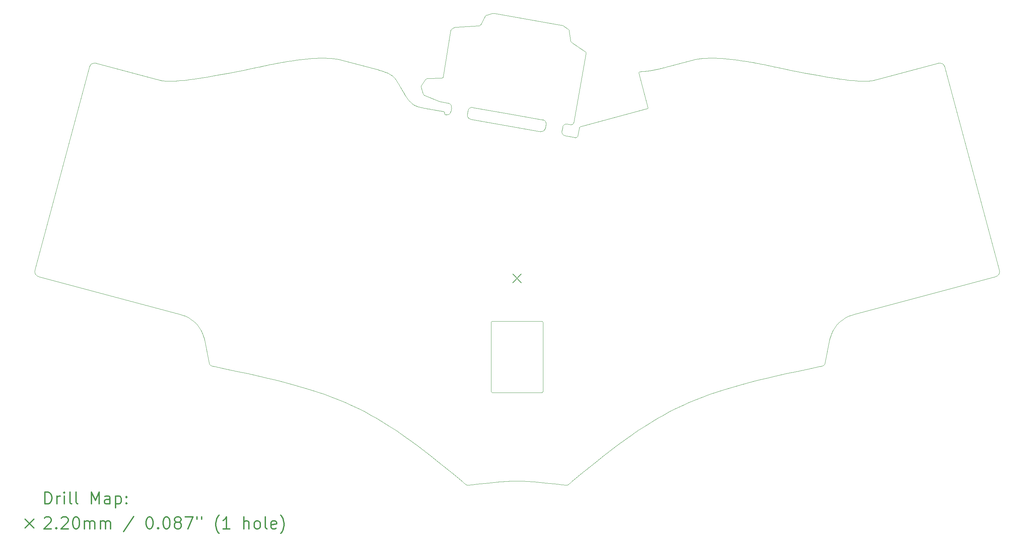
<source format=gbr>
%FSLAX45Y45*%
G04 Gerber Fmt 4.5, Leading zero omitted, Abs format (unit mm)*
G04 Created by KiCad (PCBNEW (5.1.9)-1) date 2021-07-06 13:23:29*
%MOMM*%
%LPD*%
G01*
G04 APERTURE LIST*
%TA.AperFunction,Profile*%
%ADD10C,0.100000*%
%TD*%
%ADD11C,0.200000*%
%ADD12C,0.300000*%
G04 APERTURE END LIST*
D10*
X15919000Y-7403000D02*
X15680500Y-7360500D01*
X12555248Y-6505230D02*
X12730000Y-6536450D01*
X12730000Y-6536450D02*
G75*
G02*
X12810550Y-6653000I-18000J-98550D01*
G01*
X12810550Y-6653000D02*
X12792550Y-6752000D01*
X13229000Y-6725000D02*
X13211000Y-6824000D01*
X13229000Y-6725000D02*
G75*
G02*
X13345550Y-6644450I98550J-18000D01*
G01*
X13291500Y-6940500D02*
G75*
G02*
X13211000Y-6824000I18000J98500D01*
G01*
X12792550Y-6752000D02*
G75*
G02*
X12676000Y-6832550I-98550J18000D01*
G01*
X15199550Y-7073000D02*
X15181550Y-7172000D01*
X15618000Y-7145000D02*
X15600000Y-7244000D01*
X15618000Y-7145000D02*
G75*
G02*
X15734550Y-7064450I98550J-18000D01*
G01*
X15119000Y-6956450D02*
G75*
G02*
X15199550Y-7073000I-18000J-98550D01*
G01*
X14222984Y-6799278D02*
X15119000Y-6956450D01*
X13831000Y-13850000D02*
G75*
G02*
X13811000Y-13830000I0J20000D01*
G01*
X13811000Y-12070000D02*
G75*
G02*
X13831000Y-12050000I20000J0D01*
G01*
X15101000Y-12050000D02*
G75*
G02*
X15121000Y-12070000I0J-20000D01*
G01*
X15121000Y-13830000D02*
G75*
G02*
X15101000Y-13850000I-20000J0D01*
G01*
X13811000Y-13830000D02*
X13811000Y-12070000D01*
X15101000Y-13850000D02*
X13831000Y-13850000D01*
X15121000Y-12070000D02*
X15121000Y-13830000D01*
X13831000Y-12050000D02*
X15101000Y-12050000D01*
X17578000Y-5738500D02*
X17595435Y-5737713D01*
X17595435Y-5737713D02*
X17613053Y-5736758D01*
X17613053Y-5736758D02*
X17630857Y-5735634D01*
X17630857Y-5735634D02*
X17648848Y-5734339D01*
X17648848Y-5734339D02*
X17667027Y-5732872D01*
X17667027Y-5732872D02*
X17685398Y-5731232D01*
X17685398Y-5731232D02*
X17703961Y-5729419D01*
X17703961Y-5729419D02*
X17722719Y-5727430D01*
X17722719Y-5727430D02*
X17741673Y-5725264D01*
X17741673Y-5725264D02*
X17760825Y-5722921D01*
X17760825Y-5722921D02*
X17780177Y-5720398D01*
X17780177Y-5720398D02*
X17799730Y-5717696D01*
X17799730Y-5717696D02*
X17819488Y-5714813D01*
X17819488Y-5714813D02*
X17839451Y-5711747D01*
X17839451Y-5711747D02*
X17859621Y-5708497D01*
X17859621Y-5708497D02*
X17880000Y-5705062D01*
X17880000Y-5705062D02*
X17900590Y-5701442D01*
X17900590Y-5701442D02*
X17921393Y-5697634D01*
X17921393Y-5697634D02*
X17942411Y-5693638D01*
X17942411Y-5693638D02*
X17963645Y-5689452D01*
X17963645Y-5689452D02*
X17985097Y-5685075D01*
X17985097Y-5685075D02*
X18006769Y-5680507D01*
X18006769Y-5680507D02*
X18028663Y-5675745D01*
X18028663Y-5675745D02*
X18050781Y-5670789D01*
X18050781Y-5670789D02*
X18073125Y-5665637D01*
X18073125Y-5665637D02*
X18095696Y-5660289D01*
X18095696Y-5660289D02*
X18118496Y-5654742D01*
X18118496Y-5654742D02*
X18141527Y-5648997D01*
X18141527Y-5648997D02*
X18164792Y-5643051D01*
X18164792Y-5643051D02*
X18188291Y-5636904D01*
X18188291Y-5636904D02*
X18212026Y-5630554D01*
X18212026Y-5630554D02*
X18236000Y-5624000D01*
X16095000Y-7121000D02*
X16082906Y-7124514D01*
X16082906Y-7124514D02*
X16072125Y-7128484D01*
X16072125Y-7128484D02*
X16062656Y-7133182D01*
X16062656Y-7133182D02*
X16052666Y-7140485D01*
X16052666Y-7140485D02*
X16044726Y-7149872D01*
X16044726Y-7149872D02*
X16039851Y-7159235D01*
X16039851Y-7159235D02*
X16036289Y-7170537D01*
X16036289Y-7170537D02*
X16035000Y-7177000D01*
X17757000Y-6676000D02*
X17767143Y-6672123D01*
X17767143Y-6672123D02*
X17774537Y-6664345D01*
X17774537Y-6664345D02*
X17775394Y-6653599D01*
X17775394Y-6653599D02*
X17774000Y-6647000D01*
X17578000Y-5738500D02*
X17567770Y-5739753D01*
X17567770Y-5739753D02*
X17558172Y-5743255D01*
X17558172Y-5743255D02*
X17549463Y-5750787D01*
X17549463Y-5750787D02*
X17545578Y-5760719D01*
X17545578Y-5760719D02*
X17545832Y-5771794D01*
X17545832Y-5771794D02*
X17547000Y-5777000D01*
X17774000Y-6647000D02*
X17547000Y-5777000D01*
X16095000Y-7121000D02*
X17757000Y-6676000D01*
X15734550Y-7064450D02*
X15813255Y-7079545D01*
X15680500Y-7360500D02*
G75*
G02*
X15600000Y-7244000I18000J98500D01*
G01*
X15181550Y-7172000D02*
G75*
G02*
X15065000Y-7252550I-98550J18000D01*
G01*
X12676000Y-6832550D02*
X12660000Y-6829000D01*
X13899561Y-4265389D02*
X13889511Y-4264260D01*
X13889511Y-4264260D02*
X13879184Y-4263666D01*
X13879184Y-4263666D02*
X13868773Y-4263630D01*
X13868773Y-4263630D02*
X13858470Y-4264176D01*
X13858470Y-4264176D02*
X13848470Y-4265325D01*
X13848470Y-4265325D02*
X13837140Y-4267534D01*
X13837140Y-4267534D02*
X13835345Y-4267992D01*
X12930950Y-4615571D02*
X12920924Y-4616158D01*
X12920924Y-4616158D02*
X12909433Y-4617005D01*
X12909433Y-4617005D02*
X12897591Y-4618302D01*
X12897591Y-4618302D02*
X12886174Y-4620448D01*
X12886174Y-4620448D02*
X12875205Y-4624171D01*
X12875205Y-4624171D02*
X12864975Y-4629687D01*
X12557191Y-5900226D02*
X12567686Y-5899317D01*
X12567686Y-5899317D02*
X12577452Y-5896446D01*
X12577452Y-5896446D02*
X12587239Y-5890247D01*
X12587239Y-5890247D02*
X12593661Y-5882176D01*
X12593661Y-5882176D02*
X12597725Y-5871267D01*
X12597725Y-5871267D02*
X12598137Y-5869154D01*
X12809039Y-4666784D02*
X12800940Y-4673589D01*
X12800940Y-4673589D02*
X12794576Y-4682749D01*
X12794576Y-4682749D02*
X12789961Y-4693396D01*
X12789961Y-4693396D02*
X12786913Y-4704627D01*
X12786913Y-4704627D02*
X12786113Y-4708824D01*
X12205206Y-5908840D02*
X12195093Y-5910027D01*
X12195093Y-5910027D02*
X12185042Y-5912742D01*
X12185042Y-5912742D02*
X12175113Y-5917462D01*
X12175113Y-5917462D02*
X12165366Y-5924659D01*
X12165366Y-5924659D02*
X12157427Y-5932893D01*
X12157427Y-5932893D02*
X12152758Y-5938932D01*
X15786134Y-4718588D02*
X15784520Y-4708542D01*
X15784520Y-4708542D02*
X15782462Y-4697153D01*
X15782462Y-4697153D02*
X15778838Y-4687325D01*
X15778838Y-4687325D02*
X15771650Y-4678535D01*
X15771650Y-4678535D02*
X15763026Y-4671329D01*
X15763026Y-4671329D02*
X15756043Y-4666141D01*
X15816535Y-4948536D02*
X15818559Y-4959028D01*
X15818559Y-4959028D02*
X15821662Y-4969926D01*
X15821662Y-4969926D02*
X15826060Y-4979480D01*
X15826060Y-4979480D02*
X15832349Y-4988223D01*
X15832349Y-4988223D02*
X15839463Y-4995274D01*
X15839463Y-4995274D02*
X15846627Y-5000983D01*
X15813255Y-7079545D02*
X15823817Y-7080167D01*
X15823817Y-7080167D02*
X15834431Y-7079085D01*
X15834431Y-7079085D02*
X15844899Y-7076467D01*
X15844899Y-7076467D02*
X15855022Y-7072482D01*
X15855022Y-7072482D02*
X15864605Y-7067297D01*
X15864605Y-7067297D02*
X15873450Y-7061081D01*
X15873450Y-7061081D02*
X15881358Y-7054003D01*
X15881358Y-7054003D02*
X15888133Y-7046231D01*
X15888133Y-7046231D02*
X15895062Y-7035080D01*
X15895062Y-7035080D02*
X15899157Y-7023395D01*
X12487211Y-6484349D02*
X12496736Y-6488220D01*
X12496736Y-6488220D02*
X12507740Y-6492447D01*
X12507740Y-6492447D02*
X12519295Y-6496474D01*
X12519295Y-6496474D02*
X12529090Y-6499424D01*
X12529090Y-6499424D02*
X12539553Y-6502023D01*
X12539553Y-6502023D02*
X12549805Y-6504155D01*
X12549805Y-6504155D02*
X12555248Y-6505230D01*
X12049517Y-6087112D02*
X12044263Y-6096116D01*
X12044263Y-6096116D02*
X12040149Y-6106424D01*
X12040149Y-6106424D02*
X12038591Y-6117561D01*
X12038591Y-6117561D02*
X12039768Y-6128646D01*
X12039768Y-6128646D02*
X12040596Y-6132128D01*
X12093887Y-6299035D02*
X12097770Y-6309237D01*
X12097770Y-6309237D02*
X12102973Y-6319061D01*
X12102973Y-6319061D02*
X12110344Y-6327938D01*
X12110344Y-6327938D02*
X12119776Y-6334926D01*
X12119776Y-6334926D02*
X12130025Y-6340128D01*
X12130025Y-6340128D02*
X12131960Y-6340969D01*
X13491890Y-4580592D02*
X13504053Y-4579735D01*
X13504053Y-4579735D02*
X13515505Y-4578293D01*
X13515505Y-4578293D02*
X13525955Y-4574488D01*
X13525955Y-4574488D02*
X13533704Y-4568004D01*
X13533704Y-4568004D02*
X13540168Y-4559389D01*
X13540168Y-4559389D02*
X13544341Y-4552501D01*
X13704413Y-4307221D02*
X13693396Y-4310393D01*
X13693396Y-4310393D02*
X13682786Y-4314389D01*
X13682786Y-4314389D02*
X13672960Y-4320512D01*
X13672960Y-4320512D02*
X13665777Y-4328101D01*
X13665777Y-4328101D02*
X13660033Y-4336801D01*
X13660033Y-4336801D02*
X13656476Y-4343305D01*
X15622887Y-4576873D02*
X15612931Y-4571312D01*
X15612931Y-4571312D02*
X15603305Y-4567339D01*
X15603305Y-4567339D02*
X15592835Y-4564391D01*
X15592835Y-4564391D02*
X15582301Y-4562252D01*
X15582301Y-4562252D02*
X15571858Y-4560471D01*
X13656476Y-4343305D02*
X13544341Y-4552501D01*
X12864975Y-4629687D02*
X12809039Y-4666784D01*
X15756043Y-4666141D02*
X15622887Y-4576873D01*
X15571858Y-4560471D02*
X13899561Y-4265389D01*
X12131960Y-6340969D02*
X12487211Y-6484349D01*
X13835345Y-4267992D02*
X13704413Y-4307221D01*
X16172015Y-5222916D02*
X15846627Y-5000983D01*
X13491890Y-4580592D02*
X12930950Y-4615571D01*
X15899157Y-7023395D02*
X16207137Y-5292855D01*
X13345550Y-6644450D02*
X14222984Y-6799278D01*
X12786113Y-4708824D02*
X12598137Y-5869154D01*
X15816535Y-4948536D02*
X15786134Y-4718588D01*
X12093887Y-6299035D02*
X12040596Y-6132128D01*
X12557191Y-5900226D02*
X12205206Y-5908840D01*
X12152758Y-5938932D02*
X12049517Y-6087112D01*
X16207137Y-5292855D02*
X16208483Y-5280821D01*
X16208483Y-5280821D02*
X16208661Y-5270664D01*
X16208661Y-5270664D02*
X16206881Y-5259895D01*
X16206881Y-5259895D02*
X16202449Y-5250411D01*
X16202449Y-5250411D02*
X16194904Y-5241300D01*
X16194904Y-5241300D02*
X16186319Y-5233663D01*
X16186319Y-5233663D02*
X16178239Y-5227426D01*
X16178239Y-5227426D02*
X16172015Y-5222916D01*
X16035000Y-7177000D02*
X16005000Y-7350000D01*
X15065000Y-7252550D02*
X13291500Y-6940500D01*
X15919000Y-7403000D02*
X15933201Y-7404979D01*
X15933201Y-7404979D02*
X15946017Y-7405336D01*
X15946017Y-7405336D02*
X15957489Y-7404133D01*
X15957489Y-7404133D02*
X15967656Y-7401435D01*
X15967656Y-7401435D02*
X15979250Y-7395625D01*
X15979250Y-7395625D02*
X15988687Y-7387424D01*
X15988687Y-7387424D02*
X15996062Y-7376984D01*
X15996062Y-7376984D02*
X16000297Y-7367777D01*
X16000297Y-7367777D02*
X16003463Y-7357462D01*
X16003463Y-7357462D02*
X16005000Y-7350000D01*
X12660000Y-6829000D02*
X12648615Y-6823754D01*
X12648615Y-6823754D02*
X12641297Y-6814219D01*
X12641297Y-6814219D02*
X12636674Y-6801824D01*
X12636674Y-6801824D02*
X12634150Y-6791512D01*
X12634150Y-6791512D02*
X12631794Y-6780998D01*
X12631794Y-6780998D02*
X12629025Y-6770887D01*
X12629025Y-6770887D02*
X12623692Y-6759073D01*
X12623692Y-6759073D02*
X12615228Y-6750477D01*
X12615228Y-6750477D02*
X12606000Y-6747000D01*
X10020000Y-5442500D02*
X10957500Y-5694000D01*
X18912500Y-5442500D02*
X18236000Y-5624000D01*
X23537500Y-5945000D02*
X25099500Y-5527000D01*
X20999500Y-5624000D02*
X21199555Y-5666006D01*
X21199555Y-5666006D02*
X21388300Y-5704729D01*
X21388300Y-5704729D02*
X21566085Y-5740292D01*
X21566085Y-5740292D02*
X21733264Y-5772816D01*
X21733264Y-5772816D02*
X21890188Y-5802424D01*
X21890188Y-5802424D02*
X22037209Y-5829238D01*
X22037209Y-5829238D02*
X22174680Y-5853379D01*
X22174680Y-5853379D02*
X22302953Y-5874969D01*
X22302953Y-5874969D02*
X22422380Y-5894130D01*
X22422380Y-5894130D02*
X22533312Y-5910985D01*
X22533312Y-5910985D02*
X22636103Y-5925655D01*
X22636103Y-5925655D02*
X22731103Y-5938262D01*
X22731103Y-5938262D02*
X22818666Y-5948928D01*
X22818666Y-5948928D02*
X22899144Y-5957775D01*
X22899144Y-5957775D02*
X22972888Y-5964925D01*
X22972888Y-5964925D02*
X23040250Y-5970500D01*
X23040250Y-5970500D02*
X23101583Y-5974622D01*
X23101583Y-5974622D02*
X23157239Y-5977412D01*
X23157239Y-5977412D02*
X23207570Y-5978994D01*
X23207570Y-5978994D02*
X23252928Y-5979488D01*
X23252928Y-5979488D02*
X23293665Y-5979017D01*
X23293665Y-5979017D02*
X23330133Y-5977703D01*
X23330133Y-5977703D02*
X23362685Y-5975667D01*
X23362685Y-5975667D02*
X23391672Y-5973031D01*
X23391672Y-5973031D02*
X23417447Y-5969918D01*
X23417447Y-5969918D02*
X23440361Y-5966450D01*
X23440361Y-5966450D02*
X23460767Y-5962747D01*
X23460767Y-5962747D02*
X23479017Y-5958933D01*
X23479017Y-5958933D02*
X23495464Y-5955130D01*
X23495464Y-5955130D02*
X23510458Y-5951458D01*
X23510458Y-5951458D02*
X23524353Y-5948041D01*
X23524353Y-5948041D02*
X23537500Y-5945000D01*
X18912500Y-5442500D02*
X18972749Y-5428868D01*
X18972749Y-5428868D02*
X19036474Y-5417792D01*
X19036474Y-5417792D02*
X19103359Y-5409140D01*
X19103359Y-5409140D02*
X19173088Y-5402782D01*
X19173088Y-5402782D02*
X19245346Y-5398587D01*
X19245346Y-5398587D02*
X19319818Y-5396422D01*
X19319818Y-5396422D02*
X19396188Y-5396158D01*
X19396188Y-5396158D02*
X19474141Y-5397664D01*
X19474141Y-5397664D02*
X19553360Y-5400808D01*
X19553360Y-5400808D02*
X19633531Y-5405460D01*
X19633531Y-5405460D02*
X19714339Y-5411487D01*
X19714339Y-5411487D02*
X19795467Y-5418761D01*
X19795467Y-5418761D02*
X19876600Y-5427148D01*
X19876600Y-5427148D02*
X19957423Y-5436519D01*
X19957423Y-5436519D02*
X20037619Y-5446743D01*
X20037619Y-5446743D02*
X20116875Y-5457688D01*
X20116875Y-5457688D02*
X20194874Y-5469223D01*
X20194874Y-5469223D02*
X20271300Y-5481217D01*
X20271300Y-5481217D02*
X20345839Y-5493540D01*
X20345839Y-5493540D02*
X20418174Y-5506060D01*
X20418174Y-5506060D02*
X20487990Y-5518646D01*
X20487990Y-5518646D02*
X20554972Y-5531167D01*
X20554972Y-5531167D02*
X20618805Y-5543493D01*
X20618805Y-5543493D02*
X20679172Y-5555492D01*
X20679172Y-5555492D02*
X20735758Y-5567033D01*
X20735758Y-5567033D02*
X20788248Y-5577986D01*
X20788248Y-5577986D02*
X20836327Y-5588219D01*
X20836327Y-5588219D02*
X20879678Y-5597600D01*
X20879678Y-5597600D02*
X20917986Y-5606001D01*
X20917986Y-5606001D02*
X20950936Y-5613288D01*
X20950936Y-5613288D02*
X20978213Y-5619331D01*
X20978213Y-5619331D02*
X20999500Y-5624000D01*
X7933000Y-5624000D02*
X7732923Y-5666006D01*
X7732923Y-5666006D02*
X7544118Y-5704729D01*
X7544118Y-5704729D02*
X7366236Y-5740292D01*
X7366236Y-5740292D02*
X7198929Y-5772816D01*
X7198929Y-5772816D02*
X7041849Y-5802424D01*
X7041849Y-5802424D02*
X6894648Y-5829238D01*
X6894648Y-5829238D02*
X6756978Y-5853379D01*
X6756978Y-5853379D02*
X6628492Y-5874969D01*
X6628492Y-5874969D02*
X6508841Y-5894130D01*
X6508841Y-5894130D02*
X6397677Y-5910985D01*
X6397677Y-5910985D02*
X6294652Y-5925655D01*
X6294652Y-5925655D02*
X6199419Y-5938262D01*
X6199419Y-5938262D02*
X6111629Y-5948928D01*
X6111629Y-5948928D02*
X6030934Y-5957775D01*
X6030934Y-5957775D02*
X5956986Y-5964925D01*
X5956986Y-5964925D02*
X5889437Y-5970500D01*
X5889437Y-5970500D02*
X5827940Y-5974622D01*
X5827940Y-5974622D02*
X5772146Y-5977412D01*
X5772146Y-5977412D02*
X5721708Y-5978994D01*
X5721708Y-5978994D02*
X5676276Y-5979488D01*
X5676276Y-5979488D02*
X5635504Y-5979017D01*
X5635504Y-5979017D02*
X5599043Y-5977703D01*
X5599043Y-5977703D02*
X5566546Y-5975667D01*
X5566546Y-5975667D02*
X5537664Y-5973031D01*
X5537664Y-5973031D02*
X5512049Y-5969918D01*
X5512049Y-5969918D02*
X5489354Y-5966450D01*
X5489354Y-5966450D02*
X5469230Y-5962747D01*
X5469230Y-5962747D02*
X5451329Y-5958933D01*
X5451329Y-5958933D02*
X5435304Y-5955130D01*
X5435304Y-5955130D02*
X5420806Y-5951458D01*
X5420806Y-5951458D02*
X5407487Y-5948041D01*
X5407487Y-5948041D02*
X5395000Y-5945000D01*
X5395000Y-5945000D02*
X3833000Y-5527000D01*
X10020000Y-5442500D02*
X9959751Y-5428868D01*
X9959751Y-5428868D02*
X9896026Y-5417792D01*
X9896026Y-5417792D02*
X9829141Y-5409140D01*
X9829141Y-5409140D02*
X9759412Y-5402782D01*
X9759412Y-5402782D02*
X9687154Y-5398587D01*
X9687154Y-5398587D02*
X9612682Y-5396422D01*
X9612682Y-5396422D02*
X9536312Y-5396158D01*
X9536312Y-5396158D02*
X9458359Y-5397664D01*
X9458359Y-5397664D02*
X9379140Y-5400808D01*
X9379140Y-5400808D02*
X9298969Y-5405460D01*
X9298969Y-5405460D02*
X9218161Y-5411487D01*
X9218161Y-5411487D02*
X9137033Y-5418761D01*
X9137033Y-5418761D02*
X9055900Y-5427148D01*
X9055900Y-5427148D02*
X8975077Y-5436519D01*
X8975077Y-5436519D02*
X8894881Y-5446743D01*
X8894881Y-5446743D02*
X8815625Y-5457688D01*
X8815625Y-5457688D02*
X8737626Y-5469223D01*
X8737626Y-5469223D02*
X8661200Y-5481217D01*
X8661200Y-5481217D02*
X8586661Y-5493540D01*
X8586661Y-5493540D02*
X8514326Y-5506060D01*
X8514326Y-5506060D02*
X8444510Y-5518646D01*
X8444510Y-5518646D02*
X8377527Y-5531167D01*
X8377527Y-5531167D02*
X8313695Y-5543493D01*
X8313695Y-5543493D02*
X8253328Y-5555492D01*
X8253328Y-5555492D02*
X8196742Y-5567033D01*
X8196742Y-5567033D02*
X8144252Y-5577986D01*
X8144252Y-5577986D02*
X8096173Y-5588219D01*
X8096173Y-5588219D02*
X8052822Y-5597600D01*
X8052822Y-5597600D02*
X8014514Y-5606001D01*
X8014514Y-5606001D02*
X7981564Y-5613288D01*
X7981564Y-5613288D02*
X7954287Y-5619331D01*
X7954287Y-5619331D02*
X7933000Y-5624000D01*
X6678000Y-13091000D02*
X6681750Y-13105824D01*
X6681750Y-13105824D02*
X6686249Y-13118889D01*
X6686249Y-13118889D02*
X6691497Y-13130333D01*
X6691497Y-13130333D02*
X6697492Y-13140297D01*
X6697492Y-13140297D02*
X6704235Y-13148919D01*
X6704235Y-13148919D02*
X6711724Y-13156338D01*
X6711724Y-13156338D02*
X6719958Y-13162694D01*
X6719958Y-13162694D02*
X6728937Y-13168125D01*
X6728937Y-13168125D02*
X6738661Y-13172771D01*
X6738661Y-13172771D02*
X6749128Y-13176771D01*
X6749128Y-13176771D02*
X6760337Y-13180265D01*
X6760337Y-13180265D02*
X6772289Y-13183391D01*
X6772289Y-13183391D02*
X6784982Y-13186288D01*
X6784982Y-13186288D02*
X6798415Y-13189096D01*
X6798415Y-13189096D02*
X6812588Y-13191953D01*
X6812588Y-13191953D02*
X6827500Y-13195000D01*
X3660000Y-5610000D02*
X2278000Y-10755000D01*
X3833000Y-5527000D02*
X3822740Y-5524658D01*
X3822740Y-5524658D02*
X3811580Y-5522938D01*
X3811580Y-5522938D02*
X3799696Y-5521920D01*
X3799696Y-5521920D02*
X3787266Y-5521688D01*
X3787266Y-5521688D02*
X3774466Y-5522322D01*
X3774466Y-5522322D02*
X3761475Y-5523906D01*
X3761475Y-5523906D02*
X3748468Y-5526521D01*
X3748468Y-5526521D02*
X3735625Y-5530250D01*
X3735625Y-5530250D02*
X3723121Y-5535174D01*
X3723121Y-5535174D02*
X3711135Y-5541375D01*
X3711135Y-5541375D02*
X3699842Y-5548936D01*
X3699842Y-5548936D02*
X3689422Y-5557938D01*
X3689422Y-5557938D02*
X3680050Y-5568463D01*
X3680050Y-5568463D02*
X3671904Y-5580594D01*
X3671904Y-5580594D02*
X3665162Y-5594412D01*
X3665162Y-5594412D02*
X3660000Y-5610000D01*
X2278000Y-10755000D02*
X2274653Y-10774156D01*
X2274653Y-10774156D02*
X2273486Y-10791906D01*
X2273486Y-10791906D02*
X2274315Y-10808297D01*
X2274315Y-10808297D02*
X2276953Y-10823375D01*
X2276953Y-10823375D02*
X2281214Y-10837188D01*
X2281214Y-10837188D02*
X2286912Y-10849781D01*
X2286912Y-10849781D02*
X2293861Y-10861203D01*
X2293861Y-10861203D02*
X2301875Y-10871500D01*
X2301875Y-10871500D02*
X2310768Y-10880719D01*
X2310768Y-10880719D02*
X2320354Y-10888906D01*
X2320354Y-10888906D02*
X2330446Y-10896109D01*
X2330446Y-10896109D02*
X2340859Y-10902375D01*
X2340859Y-10902375D02*
X2351407Y-10907750D01*
X2351407Y-10907750D02*
X2361904Y-10912281D01*
X2361904Y-10912281D02*
X2372164Y-10916016D01*
X2372164Y-10916016D02*
X2382000Y-10919000D01*
X26654000Y-10755000D02*
X26657347Y-10774156D01*
X26657347Y-10774156D02*
X26658514Y-10791906D01*
X26658514Y-10791906D02*
X26657685Y-10808297D01*
X26657685Y-10808297D02*
X26655047Y-10823375D01*
X26655047Y-10823375D02*
X26650786Y-10837188D01*
X26650786Y-10837188D02*
X26645088Y-10849781D01*
X26645088Y-10849781D02*
X26638139Y-10861203D01*
X26638139Y-10861203D02*
X26630125Y-10871500D01*
X26630125Y-10871500D02*
X26621232Y-10880719D01*
X26621232Y-10880719D02*
X26611646Y-10888906D01*
X26611646Y-10888906D02*
X26601554Y-10896109D01*
X26601554Y-10896109D02*
X26591141Y-10902375D01*
X26591141Y-10902375D02*
X26580592Y-10907750D01*
X26580592Y-10907750D02*
X26570096Y-10912281D01*
X26570096Y-10912281D02*
X26559836Y-10916016D01*
X26559836Y-10916016D02*
X26550000Y-10919000D01*
X25272000Y-5610000D02*
X26654000Y-10755000D01*
X25099000Y-5527000D02*
X25109259Y-5524658D01*
X25109259Y-5524658D02*
X25120420Y-5522938D01*
X25120420Y-5522938D02*
X25132304Y-5521920D01*
X25132304Y-5521920D02*
X25144734Y-5521688D01*
X25144734Y-5521688D02*
X25157534Y-5522322D01*
X25157534Y-5522322D02*
X25170525Y-5523906D01*
X25170525Y-5523906D02*
X25183531Y-5526521D01*
X25183531Y-5526521D02*
X25196375Y-5530250D01*
X25196375Y-5530250D02*
X25208879Y-5535174D01*
X25208879Y-5535174D02*
X25220865Y-5541375D01*
X25220865Y-5541375D02*
X25232157Y-5548936D01*
X25232157Y-5548936D02*
X25242578Y-5557938D01*
X25242578Y-5557938D02*
X25251950Y-5568463D01*
X25251950Y-5568463D02*
X25260096Y-5580594D01*
X25260096Y-5580594D02*
X25266838Y-5594412D01*
X25266838Y-5594412D02*
X25272000Y-5610000D01*
X13223000Y-16191000D02*
X13336306Y-16178467D01*
X13336306Y-16178467D02*
X13442718Y-16166742D01*
X13442718Y-16166742D02*
X13542696Y-16155826D01*
X13542696Y-16155826D02*
X13636699Y-16145719D01*
X13636699Y-16145719D02*
X13725187Y-16136420D01*
X13725187Y-16136420D02*
X13808620Y-16127930D01*
X13808620Y-16127930D02*
X13887456Y-16120248D01*
X13887456Y-16120248D02*
X13962156Y-16113375D01*
X13962156Y-16113375D02*
X14033180Y-16107310D01*
X14033180Y-16107310D02*
X14100986Y-16102055D01*
X14100986Y-16102055D02*
X14166034Y-16097607D01*
X14166034Y-16097607D02*
X14228785Y-16093969D01*
X14228785Y-16093969D02*
X14289697Y-16091139D01*
X14289697Y-16091139D02*
X14349231Y-16089117D01*
X14349231Y-16089117D02*
X14407845Y-16087904D01*
X14407845Y-16087904D02*
X14466000Y-16087500D01*
X14466000Y-16087500D02*
X14524155Y-16087904D01*
X14524155Y-16087904D02*
X14582769Y-16089117D01*
X14582769Y-16089117D02*
X14642302Y-16091139D01*
X14642302Y-16091139D02*
X14703215Y-16093969D01*
X14703215Y-16093969D02*
X14765965Y-16097607D01*
X14765965Y-16097607D02*
X14831014Y-16102055D01*
X14831014Y-16102055D02*
X14898820Y-16107310D01*
X14898820Y-16107310D02*
X14969844Y-16113375D01*
X14969844Y-16113375D02*
X15044544Y-16120248D01*
X15044544Y-16120248D02*
X15123380Y-16127930D01*
X15123380Y-16127930D02*
X15206813Y-16136420D01*
X15206813Y-16136420D02*
X15295301Y-16145719D01*
X15295301Y-16145719D02*
X15389304Y-16155826D01*
X15389304Y-16155826D02*
X15489282Y-16166742D01*
X15489282Y-16166742D02*
X15595694Y-16178467D01*
X15595694Y-16178467D02*
X15709000Y-16191000D01*
X15709000Y-16191000D02*
X15719326Y-16191298D01*
X15719326Y-16191298D02*
X15729595Y-16189482D01*
X15729595Y-16189482D02*
X15739959Y-16185704D01*
X15739959Y-16185704D02*
X15750572Y-16180119D01*
X15750572Y-16180119D02*
X15761587Y-16172879D01*
X15761587Y-16172879D02*
X15773158Y-16164138D01*
X15773158Y-16164138D02*
X15781256Y-16157553D01*
X15781256Y-16157553D02*
X15789714Y-16150413D01*
X15789714Y-16150413D02*
X15798578Y-16142766D01*
X15798578Y-16142766D02*
X15807893Y-16134655D01*
X15807893Y-16134655D02*
X15817705Y-16126127D01*
X15817705Y-16126127D02*
X15828059Y-16117227D01*
X15828059Y-16117227D02*
X15839000Y-16108000D01*
X6567000Y-12532000D02*
X6559496Y-12497127D01*
X6559496Y-12497127D02*
X6550882Y-12463196D01*
X6550882Y-12463196D02*
X6541189Y-12430203D01*
X6541189Y-12430203D02*
X6530449Y-12398146D01*
X6530449Y-12398146D02*
X6518694Y-12367024D01*
X6518694Y-12367024D02*
X6505955Y-12336832D01*
X6505955Y-12336832D02*
X6492266Y-12307570D01*
X6492266Y-12307570D02*
X6477656Y-12279234D01*
X6477656Y-12279234D02*
X6462159Y-12251823D01*
X6462159Y-12251823D02*
X6445806Y-12225334D01*
X6445806Y-12225334D02*
X6428629Y-12199764D01*
X6428629Y-12199764D02*
X6410660Y-12175111D01*
X6410660Y-12175111D02*
X6391931Y-12151373D01*
X6391931Y-12151373D02*
X6372473Y-12128548D01*
X6372473Y-12128548D02*
X6352319Y-12106633D01*
X6352319Y-12106633D02*
X6331500Y-12085625D01*
X6331500Y-12085625D02*
X6310048Y-12065522D01*
X6310048Y-12065522D02*
X6287996Y-12046323D01*
X6287996Y-12046323D02*
X6265374Y-12028024D01*
X6265374Y-12028024D02*
X6242215Y-12010623D01*
X6242215Y-12010623D02*
X6218550Y-11994118D01*
X6218550Y-11994118D02*
X6194412Y-11978506D01*
X6194412Y-11978506D02*
X6169833Y-11963785D01*
X6169833Y-11963785D02*
X6144844Y-11949953D01*
X6144844Y-11949953D02*
X6119476Y-11937007D01*
X6119476Y-11937007D02*
X6093763Y-11924945D01*
X6093763Y-11924945D02*
X6067736Y-11913764D01*
X6067736Y-11913764D02*
X6041426Y-11903463D01*
X6041426Y-11903463D02*
X6014865Y-11894038D01*
X6014865Y-11894038D02*
X5988086Y-11885487D01*
X5988086Y-11885487D02*
X5961121Y-11877809D01*
X5961121Y-11877809D02*
X5934000Y-11871000D01*
X6567000Y-12532000D02*
X6678000Y-13091000D01*
X22254000Y-13091000D02*
X22250250Y-13105824D01*
X22250250Y-13105824D02*
X22245751Y-13118889D01*
X22245751Y-13118889D02*
X22240503Y-13130333D01*
X22240503Y-13130333D02*
X22234508Y-13140297D01*
X22234508Y-13140297D02*
X22227765Y-13148919D01*
X22227765Y-13148919D02*
X22220276Y-13156338D01*
X22220276Y-13156338D02*
X22212042Y-13162694D01*
X22212042Y-13162694D02*
X22203063Y-13168125D01*
X22203063Y-13168125D02*
X22193339Y-13172771D01*
X22193339Y-13172771D02*
X22182872Y-13176771D01*
X22182872Y-13176771D02*
X22171662Y-13180265D01*
X22171662Y-13180265D02*
X22159711Y-13183391D01*
X22159711Y-13183391D02*
X22147018Y-13186288D01*
X22147018Y-13186288D02*
X22133585Y-13189096D01*
X22133585Y-13189096D02*
X22119412Y-13191953D01*
X22119412Y-13191953D02*
X22104500Y-13195000D01*
X22365000Y-12532000D02*
X22372503Y-12497127D01*
X22372503Y-12497127D02*
X22381118Y-12463196D01*
X22381118Y-12463196D02*
X22390811Y-12430203D01*
X22390811Y-12430203D02*
X22401551Y-12398146D01*
X22401551Y-12398146D02*
X22413306Y-12367024D01*
X22413306Y-12367024D02*
X22426044Y-12336832D01*
X22426044Y-12336832D02*
X22439734Y-12307570D01*
X22439734Y-12307570D02*
X22454344Y-12279234D01*
X22454344Y-12279234D02*
X22469841Y-12251823D01*
X22469841Y-12251823D02*
X22486194Y-12225334D01*
X22486194Y-12225334D02*
X22503371Y-12199764D01*
X22503371Y-12199764D02*
X22521340Y-12175111D01*
X22521340Y-12175111D02*
X22540069Y-12151373D01*
X22540069Y-12151373D02*
X22559527Y-12128548D01*
X22559527Y-12128548D02*
X22579681Y-12106633D01*
X22579681Y-12106633D02*
X22600500Y-12085625D01*
X22600500Y-12085625D02*
X22621952Y-12065522D01*
X22621952Y-12065522D02*
X22644004Y-12046323D01*
X22644004Y-12046323D02*
X22666626Y-12028024D01*
X22666626Y-12028024D02*
X22689785Y-12010623D01*
X22689785Y-12010623D02*
X22713449Y-11994118D01*
X22713449Y-11994118D02*
X22737587Y-11978506D01*
X22737587Y-11978506D02*
X22762167Y-11963785D01*
X22762167Y-11963785D02*
X22787156Y-11949953D01*
X22787156Y-11949953D02*
X22812523Y-11937007D01*
X22812523Y-11937007D02*
X22838237Y-11924945D01*
X22838237Y-11924945D02*
X22864264Y-11913764D01*
X22864264Y-11913764D02*
X22890574Y-11903463D01*
X22890574Y-11903463D02*
X22917134Y-11894038D01*
X22917134Y-11894038D02*
X22943913Y-11885487D01*
X22943913Y-11885487D02*
X22970879Y-11877809D01*
X22970879Y-11877809D02*
X22998000Y-11871000D01*
X22365000Y-12532000D02*
X22254000Y-13091000D01*
X13223000Y-16191000D02*
X13212674Y-16191298D01*
X13212674Y-16191298D02*
X13202405Y-16189482D01*
X13202405Y-16189482D02*
X13192041Y-16185704D01*
X13192041Y-16185704D02*
X13181428Y-16180119D01*
X13181428Y-16180119D02*
X13170412Y-16172879D01*
X13170412Y-16172879D02*
X13158842Y-16164138D01*
X13158842Y-16164138D02*
X13150744Y-16157553D01*
X13150744Y-16157553D02*
X13142286Y-16150413D01*
X13142286Y-16150413D02*
X13133422Y-16142766D01*
X13133422Y-16142766D02*
X13124107Y-16134655D01*
X13124107Y-16134655D02*
X13114295Y-16126127D01*
X13114295Y-16126127D02*
X13103941Y-16117227D01*
X13103941Y-16117227D02*
X13093000Y-16108000D01*
X26550000Y-10919000D02*
X22998000Y-11871000D01*
X22104500Y-13195000D02*
X21811846Y-13255910D01*
X21811846Y-13255910D02*
X21532917Y-13315132D01*
X21532917Y-13315132D02*
X21266966Y-13373030D01*
X21266966Y-13373030D02*
X21013244Y-13429967D01*
X21013244Y-13429967D02*
X20771005Y-13486305D01*
X20771005Y-13486305D02*
X20539500Y-13542407D01*
X20539500Y-13542407D02*
X20317982Y-13598638D01*
X20317982Y-13598638D02*
X20105703Y-13655359D01*
X20105703Y-13655359D02*
X19901916Y-13712935D01*
X19901916Y-13712935D02*
X19705873Y-13771727D01*
X19705873Y-13771727D02*
X19516827Y-13832100D01*
X19516827Y-13832100D02*
X19334029Y-13894416D01*
X19334029Y-13894416D02*
X19156733Y-13959038D01*
X19156733Y-13959038D02*
X18984190Y-14026330D01*
X18984190Y-14026330D02*
X18815653Y-14096655D01*
X18815653Y-14096655D02*
X18650375Y-14170375D01*
X18650375Y-14170375D02*
X18487607Y-14247854D01*
X18487607Y-14247854D02*
X18326603Y-14329455D01*
X18326603Y-14329455D02*
X18166614Y-14415541D01*
X18166614Y-14415541D02*
X18006893Y-14506475D01*
X18006893Y-14506475D02*
X17846692Y-14602620D01*
X17846692Y-14602620D02*
X17685263Y-14704339D01*
X17685263Y-14704339D02*
X17521860Y-14811996D01*
X17521860Y-14811996D02*
X17355734Y-14925953D01*
X17355734Y-14925953D02*
X17186138Y-15046574D01*
X17186138Y-15046574D02*
X17012324Y-15174221D01*
X17012324Y-15174221D02*
X16833545Y-15309259D01*
X16833545Y-15309259D02*
X16649053Y-15452049D01*
X16649053Y-15452049D02*
X16458100Y-15602955D01*
X16458100Y-15602955D02*
X16259938Y-15762340D01*
X16259938Y-15762340D02*
X16053821Y-15930567D01*
X16053821Y-15930567D02*
X15839000Y-16108000D01*
X11575000Y-6233000D02*
X11596531Y-6269569D01*
X11596531Y-6269569D02*
X11617303Y-6303775D01*
X11617303Y-6303775D02*
X11637394Y-6335711D01*
X11637394Y-6335711D02*
X11656881Y-6365469D01*
X11656881Y-6365469D02*
X11675843Y-6393140D01*
X11675843Y-6393140D02*
X11694358Y-6418818D01*
X11694358Y-6418818D02*
X11712504Y-6442595D01*
X11712504Y-6442595D02*
X11730359Y-6464562D01*
X11730359Y-6464562D02*
X11748002Y-6484813D01*
X11748002Y-6484813D02*
X11765511Y-6503439D01*
X11765511Y-6503439D02*
X11782964Y-6520533D01*
X11782964Y-6520533D02*
X11800439Y-6536187D01*
X11800439Y-6536187D02*
X11818015Y-6550494D01*
X11818015Y-6550494D02*
X11835769Y-6563545D01*
X11835769Y-6563545D02*
X11853779Y-6575433D01*
X11853779Y-6575433D02*
X11872125Y-6586250D01*
X11872125Y-6586250D02*
X11890884Y-6596089D01*
X11890884Y-6596089D02*
X11910133Y-6605041D01*
X11910133Y-6605041D02*
X11929953Y-6613199D01*
X11929953Y-6613199D02*
X11950420Y-6620656D01*
X11950420Y-6620656D02*
X11971613Y-6627504D01*
X11971613Y-6627504D02*
X11993610Y-6633834D01*
X11993610Y-6633834D02*
X12016489Y-6639739D01*
X12016489Y-6639739D02*
X12040328Y-6645312D01*
X12040328Y-6645312D02*
X12065206Y-6650645D01*
X12065206Y-6650645D02*
X12091201Y-6655830D01*
X12091201Y-6655830D02*
X12118391Y-6660959D01*
X12118391Y-6660959D02*
X12146853Y-6666125D01*
X12146853Y-6666125D02*
X12176668Y-6671420D01*
X12176668Y-6671420D02*
X12207911Y-6676935D01*
X12207911Y-6676935D02*
X12240663Y-6682765D01*
X12240663Y-6682765D02*
X12275000Y-6689000D01*
X11575000Y-6233000D02*
X11556953Y-6200893D01*
X11556953Y-6200893D02*
X11539869Y-6170345D01*
X11539869Y-6170345D02*
X11523642Y-6141300D01*
X11523642Y-6141300D02*
X11508169Y-6113699D01*
X11508169Y-6113699D02*
X11493345Y-6087486D01*
X11493345Y-6087486D02*
X11479066Y-6062602D01*
X11479066Y-6062602D02*
X11465228Y-6038990D01*
X11465228Y-6038990D02*
X11451726Y-6016594D01*
X11451726Y-6016594D02*
X11438457Y-5995354D01*
X11438457Y-5995354D02*
X11425315Y-5975214D01*
X11425315Y-5975214D02*
X11412198Y-5956117D01*
X11412198Y-5956117D02*
X11398999Y-5938004D01*
X11398999Y-5938004D02*
X11385615Y-5920818D01*
X11385615Y-5920818D02*
X11371943Y-5904502D01*
X11371943Y-5904502D02*
X11357876Y-5888999D01*
X11357876Y-5888999D02*
X11343312Y-5874250D01*
X11343312Y-5874250D02*
X11328146Y-5860198D01*
X11328146Y-5860198D02*
X11312274Y-5846787D01*
X11312274Y-5846787D02*
X11295591Y-5833957D01*
X11295591Y-5833957D02*
X11277993Y-5821652D01*
X11277993Y-5821652D02*
X11259376Y-5809815D01*
X11259376Y-5809815D02*
X11239636Y-5798387D01*
X11239636Y-5798387D02*
X11218667Y-5787312D01*
X11218667Y-5787312D02*
X11196367Y-5776531D01*
X11196367Y-5776531D02*
X11172631Y-5765988D01*
X11172631Y-5765988D02*
X11147354Y-5755624D01*
X11147354Y-5755624D02*
X11120432Y-5745383D01*
X11120432Y-5745383D02*
X11091761Y-5735207D01*
X11091761Y-5735207D02*
X11061236Y-5725038D01*
X11061236Y-5725038D02*
X11028754Y-5714819D01*
X11028754Y-5714819D02*
X10994210Y-5704492D01*
X10994210Y-5704492D02*
X10957500Y-5694000D01*
X2382000Y-10919000D02*
X5934000Y-11871000D01*
X12606000Y-6747000D02*
X12595899Y-6745230D01*
X12595899Y-6745230D02*
X12583807Y-6743111D01*
X12583807Y-6743111D02*
X12571908Y-6741026D01*
X12571908Y-6741026D02*
X12556372Y-6738304D01*
X12556372Y-6738304D02*
X12536715Y-6734859D01*
X12536715Y-6734859D02*
X12525189Y-6732840D01*
X12525189Y-6732840D02*
X12512452Y-6730608D01*
X12512452Y-6730608D02*
X12498441Y-6728153D01*
X12498441Y-6728153D02*
X12483097Y-6725464D01*
X12483097Y-6725464D02*
X12466359Y-6722531D01*
X12466359Y-6722531D02*
X12448167Y-6719343D01*
X12448167Y-6719343D02*
X12428459Y-6715890D01*
X12428459Y-6715890D02*
X12407176Y-6712161D01*
X12407176Y-6712161D02*
X12384256Y-6708144D01*
X12384256Y-6708144D02*
X12359639Y-6703831D01*
X12359639Y-6703831D02*
X12333264Y-6699209D01*
X12333264Y-6699209D02*
X12305072Y-6694269D01*
X12305072Y-6694269D02*
X12275000Y-6689000D01*
X6827500Y-13195000D02*
X7120154Y-13255910D01*
X7120154Y-13255910D02*
X7399083Y-13315132D01*
X7399083Y-13315132D02*
X7665034Y-13373030D01*
X7665034Y-13373030D02*
X7918756Y-13429967D01*
X7918756Y-13429967D02*
X8160995Y-13486305D01*
X8160995Y-13486305D02*
X8392500Y-13542407D01*
X8392500Y-13542407D02*
X8614018Y-13598638D01*
X8614018Y-13598638D02*
X8826297Y-13655359D01*
X8826297Y-13655359D02*
X9030084Y-13712935D01*
X9030084Y-13712935D02*
X9226127Y-13771727D01*
X9226127Y-13771727D02*
X9415173Y-13832100D01*
X9415173Y-13832100D02*
X9597971Y-13894416D01*
X9597971Y-13894416D02*
X9775267Y-13959038D01*
X9775267Y-13959038D02*
X9947810Y-14026330D01*
X9947810Y-14026330D02*
X10116347Y-14096655D01*
X10116347Y-14096655D02*
X10281625Y-14170375D01*
X10281625Y-14170375D02*
X10444393Y-14247854D01*
X10444393Y-14247854D02*
X10605397Y-14329455D01*
X10605397Y-14329455D02*
X10765386Y-14415541D01*
X10765386Y-14415541D02*
X10925107Y-14506475D01*
X10925107Y-14506475D02*
X11085308Y-14602620D01*
X11085308Y-14602620D02*
X11246736Y-14704339D01*
X11246736Y-14704339D02*
X11410140Y-14811996D01*
X11410140Y-14811996D02*
X11576266Y-14925953D01*
X11576266Y-14925953D02*
X11745862Y-15046574D01*
X11745862Y-15046574D02*
X11919675Y-15174221D01*
X11919675Y-15174221D02*
X12098455Y-15309259D01*
X12098455Y-15309259D02*
X12282947Y-15452049D01*
X12282947Y-15452049D02*
X12473900Y-15602955D01*
X12473900Y-15602955D02*
X12672062Y-15762340D01*
X12672062Y-15762340D02*
X12878179Y-15930567D01*
X12878179Y-15930567D02*
X13093000Y-16108000D01*
D11*
X14356000Y-10858000D02*
X14576000Y-11078000D01*
X14576000Y-10858000D02*
X14356000Y-11078000D01*
D12*
X2535428Y-16666714D02*
X2535428Y-16366714D01*
X2606857Y-16366714D01*
X2649714Y-16381000D01*
X2678286Y-16409571D01*
X2692571Y-16438143D01*
X2706857Y-16495286D01*
X2706857Y-16538143D01*
X2692571Y-16595286D01*
X2678286Y-16623857D01*
X2649714Y-16652429D01*
X2606857Y-16666714D01*
X2535428Y-16666714D01*
X2835428Y-16666714D02*
X2835428Y-16466714D01*
X2835428Y-16523857D02*
X2849714Y-16495286D01*
X2864000Y-16481000D01*
X2892571Y-16466714D01*
X2921143Y-16466714D01*
X3021143Y-16666714D02*
X3021143Y-16466714D01*
X3021143Y-16366714D02*
X3006857Y-16381000D01*
X3021143Y-16395286D01*
X3035428Y-16381000D01*
X3021143Y-16366714D01*
X3021143Y-16395286D01*
X3206857Y-16666714D02*
X3178286Y-16652429D01*
X3164000Y-16623857D01*
X3164000Y-16366714D01*
X3364000Y-16666714D02*
X3335428Y-16652429D01*
X3321143Y-16623857D01*
X3321143Y-16366714D01*
X3706857Y-16666714D02*
X3706857Y-16366714D01*
X3806857Y-16581000D01*
X3906857Y-16366714D01*
X3906857Y-16666714D01*
X4178286Y-16666714D02*
X4178286Y-16509571D01*
X4164000Y-16481000D01*
X4135428Y-16466714D01*
X4078286Y-16466714D01*
X4049714Y-16481000D01*
X4178286Y-16652429D02*
X4149714Y-16666714D01*
X4078286Y-16666714D01*
X4049714Y-16652429D01*
X4035428Y-16623857D01*
X4035428Y-16595286D01*
X4049714Y-16566714D01*
X4078286Y-16552429D01*
X4149714Y-16552429D01*
X4178286Y-16538143D01*
X4321143Y-16466714D02*
X4321143Y-16766714D01*
X4321143Y-16481000D02*
X4349714Y-16466714D01*
X4406857Y-16466714D01*
X4435428Y-16481000D01*
X4449714Y-16495286D01*
X4464000Y-16523857D01*
X4464000Y-16609571D01*
X4449714Y-16638143D01*
X4435428Y-16652429D01*
X4406857Y-16666714D01*
X4349714Y-16666714D01*
X4321143Y-16652429D01*
X4592571Y-16638143D02*
X4606857Y-16652429D01*
X4592571Y-16666714D01*
X4578286Y-16652429D01*
X4592571Y-16638143D01*
X4592571Y-16666714D01*
X4592571Y-16481000D02*
X4606857Y-16495286D01*
X4592571Y-16509571D01*
X4578286Y-16495286D01*
X4592571Y-16481000D01*
X4592571Y-16509571D01*
X2029000Y-17051000D02*
X2249000Y-17271000D01*
X2249000Y-17051000D02*
X2029000Y-17271000D01*
X2521143Y-17025286D02*
X2535428Y-17011000D01*
X2564000Y-16996714D01*
X2635428Y-16996714D01*
X2664000Y-17011000D01*
X2678286Y-17025286D01*
X2692571Y-17053857D01*
X2692571Y-17082429D01*
X2678286Y-17125286D01*
X2506857Y-17296714D01*
X2692571Y-17296714D01*
X2821143Y-17268143D02*
X2835428Y-17282429D01*
X2821143Y-17296714D01*
X2806857Y-17282429D01*
X2821143Y-17268143D01*
X2821143Y-17296714D01*
X2949714Y-17025286D02*
X2964000Y-17011000D01*
X2992571Y-16996714D01*
X3064000Y-16996714D01*
X3092571Y-17011000D01*
X3106857Y-17025286D01*
X3121143Y-17053857D01*
X3121143Y-17082429D01*
X3106857Y-17125286D01*
X2935428Y-17296714D01*
X3121143Y-17296714D01*
X3306857Y-16996714D02*
X3335428Y-16996714D01*
X3364000Y-17011000D01*
X3378286Y-17025286D01*
X3392571Y-17053857D01*
X3406857Y-17111000D01*
X3406857Y-17182429D01*
X3392571Y-17239572D01*
X3378286Y-17268143D01*
X3364000Y-17282429D01*
X3335428Y-17296714D01*
X3306857Y-17296714D01*
X3278286Y-17282429D01*
X3264000Y-17268143D01*
X3249714Y-17239572D01*
X3235428Y-17182429D01*
X3235428Y-17111000D01*
X3249714Y-17053857D01*
X3264000Y-17025286D01*
X3278286Y-17011000D01*
X3306857Y-16996714D01*
X3535428Y-17296714D02*
X3535428Y-17096714D01*
X3535428Y-17125286D02*
X3549714Y-17111000D01*
X3578286Y-17096714D01*
X3621143Y-17096714D01*
X3649714Y-17111000D01*
X3664000Y-17139572D01*
X3664000Y-17296714D01*
X3664000Y-17139572D02*
X3678286Y-17111000D01*
X3706857Y-17096714D01*
X3749714Y-17096714D01*
X3778286Y-17111000D01*
X3792571Y-17139572D01*
X3792571Y-17296714D01*
X3935428Y-17296714D02*
X3935428Y-17096714D01*
X3935428Y-17125286D02*
X3949714Y-17111000D01*
X3978286Y-17096714D01*
X4021143Y-17096714D01*
X4049714Y-17111000D01*
X4064000Y-17139572D01*
X4064000Y-17296714D01*
X4064000Y-17139572D02*
X4078286Y-17111000D01*
X4106857Y-17096714D01*
X4149714Y-17096714D01*
X4178286Y-17111000D01*
X4192571Y-17139572D01*
X4192571Y-17296714D01*
X4778286Y-16982429D02*
X4521143Y-17368143D01*
X5164000Y-16996714D02*
X5192571Y-16996714D01*
X5221143Y-17011000D01*
X5235428Y-17025286D01*
X5249714Y-17053857D01*
X5264000Y-17111000D01*
X5264000Y-17182429D01*
X5249714Y-17239572D01*
X5235428Y-17268143D01*
X5221143Y-17282429D01*
X5192571Y-17296714D01*
X5164000Y-17296714D01*
X5135428Y-17282429D01*
X5121143Y-17268143D01*
X5106857Y-17239572D01*
X5092571Y-17182429D01*
X5092571Y-17111000D01*
X5106857Y-17053857D01*
X5121143Y-17025286D01*
X5135428Y-17011000D01*
X5164000Y-16996714D01*
X5392571Y-17268143D02*
X5406857Y-17282429D01*
X5392571Y-17296714D01*
X5378286Y-17282429D01*
X5392571Y-17268143D01*
X5392571Y-17296714D01*
X5592571Y-16996714D02*
X5621143Y-16996714D01*
X5649714Y-17011000D01*
X5664000Y-17025286D01*
X5678286Y-17053857D01*
X5692571Y-17111000D01*
X5692571Y-17182429D01*
X5678286Y-17239572D01*
X5664000Y-17268143D01*
X5649714Y-17282429D01*
X5621143Y-17296714D01*
X5592571Y-17296714D01*
X5564000Y-17282429D01*
X5549714Y-17268143D01*
X5535428Y-17239572D01*
X5521143Y-17182429D01*
X5521143Y-17111000D01*
X5535428Y-17053857D01*
X5549714Y-17025286D01*
X5564000Y-17011000D01*
X5592571Y-16996714D01*
X5864000Y-17125286D02*
X5835428Y-17111000D01*
X5821143Y-17096714D01*
X5806857Y-17068143D01*
X5806857Y-17053857D01*
X5821143Y-17025286D01*
X5835428Y-17011000D01*
X5864000Y-16996714D01*
X5921143Y-16996714D01*
X5949714Y-17011000D01*
X5964000Y-17025286D01*
X5978286Y-17053857D01*
X5978286Y-17068143D01*
X5964000Y-17096714D01*
X5949714Y-17111000D01*
X5921143Y-17125286D01*
X5864000Y-17125286D01*
X5835428Y-17139572D01*
X5821143Y-17153857D01*
X5806857Y-17182429D01*
X5806857Y-17239572D01*
X5821143Y-17268143D01*
X5835428Y-17282429D01*
X5864000Y-17296714D01*
X5921143Y-17296714D01*
X5949714Y-17282429D01*
X5964000Y-17268143D01*
X5978286Y-17239572D01*
X5978286Y-17182429D01*
X5964000Y-17153857D01*
X5949714Y-17139572D01*
X5921143Y-17125286D01*
X6078286Y-16996714D02*
X6278286Y-16996714D01*
X6149714Y-17296714D01*
X6378286Y-16996714D02*
X6378286Y-17053857D01*
X6492571Y-16996714D02*
X6492571Y-17053857D01*
X6935428Y-17411000D02*
X6921143Y-17396714D01*
X6892571Y-17353857D01*
X6878286Y-17325286D01*
X6864000Y-17282429D01*
X6849714Y-17211000D01*
X6849714Y-17153857D01*
X6864000Y-17082429D01*
X6878286Y-17039572D01*
X6892571Y-17011000D01*
X6921143Y-16968143D01*
X6935428Y-16953857D01*
X7206857Y-17296714D02*
X7035428Y-17296714D01*
X7121143Y-17296714D02*
X7121143Y-16996714D01*
X7092571Y-17039572D01*
X7064000Y-17068143D01*
X7035428Y-17082429D01*
X7564000Y-17296714D02*
X7564000Y-16996714D01*
X7692571Y-17296714D02*
X7692571Y-17139572D01*
X7678286Y-17111000D01*
X7649714Y-17096714D01*
X7606857Y-17096714D01*
X7578286Y-17111000D01*
X7564000Y-17125286D01*
X7878286Y-17296714D02*
X7849714Y-17282429D01*
X7835428Y-17268143D01*
X7821143Y-17239572D01*
X7821143Y-17153857D01*
X7835428Y-17125286D01*
X7849714Y-17111000D01*
X7878286Y-17096714D01*
X7921143Y-17096714D01*
X7949714Y-17111000D01*
X7964000Y-17125286D01*
X7978286Y-17153857D01*
X7978286Y-17239572D01*
X7964000Y-17268143D01*
X7949714Y-17282429D01*
X7921143Y-17296714D01*
X7878286Y-17296714D01*
X8149714Y-17296714D02*
X8121143Y-17282429D01*
X8106857Y-17253857D01*
X8106857Y-16996714D01*
X8378286Y-17282429D02*
X8349714Y-17296714D01*
X8292571Y-17296714D01*
X8264000Y-17282429D01*
X8249714Y-17253857D01*
X8249714Y-17139572D01*
X8264000Y-17111000D01*
X8292571Y-17096714D01*
X8349714Y-17096714D01*
X8378286Y-17111000D01*
X8392571Y-17139572D01*
X8392571Y-17168143D01*
X8249714Y-17196714D01*
X8492571Y-17411000D02*
X8506857Y-17396714D01*
X8535428Y-17353857D01*
X8549714Y-17325286D01*
X8564000Y-17282429D01*
X8578286Y-17211000D01*
X8578286Y-17153857D01*
X8564000Y-17082429D01*
X8549714Y-17039572D01*
X8535428Y-17011000D01*
X8506857Y-16968143D01*
X8492571Y-16953857D01*
M02*

</source>
